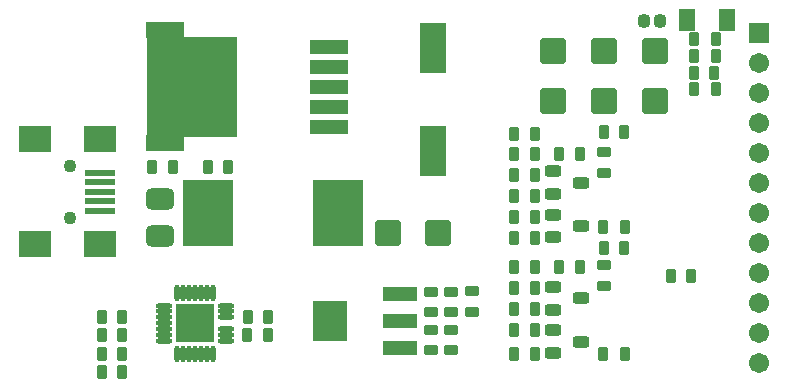
<source format=gts>
G04*
G04 #@! TF.GenerationSoftware,Altium Limited,Altium Designer,24.0.1 (36)*
G04*
G04 Layer_Color=8388736*
%FSLAX44Y44*%
%MOMM*%
G71*
G04*
G04 #@! TF.SameCoordinates,DB13EC29-46F8-4CE4-9397-EED5DBDB3573*
G04*
G04*
G04 #@! TF.FilePolarity,Negative*
G04*
G01*
G75*
G04:AMPARAMS|DCode=34|XSize=1.2032mm|YSize=0.9032mm|CornerRadius=0.2766mm|HoleSize=0mm|Usage=FLASHONLY|Rotation=270.000|XOffset=0mm|YOffset=0mm|HoleType=Round|Shape=RoundedRectangle|*
%AMROUNDEDRECTD34*
21,1,1.2032,0.3500,0,0,270.0*
21,1,0.6500,0.9032,0,0,270.0*
1,1,0.5532,-0.1750,-0.3250*
1,1,0.5532,-0.1750,0.3250*
1,1,0.5532,0.1750,0.3250*
1,1,0.5532,0.1750,-0.3250*
%
%ADD34ROUNDEDRECTD34*%
G04:AMPARAMS|DCode=35|XSize=1.8432mm|YSize=2.4332mm|CornerRadius=0.5116mm|HoleSize=0mm|Usage=FLASHONLY|Rotation=90.000|XOffset=0mm|YOffset=0mm|HoleType=Round|Shape=RoundedRectangle|*
%AMROUNDEDRECTD35*
21,1,1.8432,1.4100,0,0,90.0*
21,1,0.8200,2.4332,0,0,90.0*
1,1,1.0232,0.7050,0.4100*
1,1,1.0232,0.7050,-0.4100*
1,1,1.0232,-0.7050,-0.4100*
1,1,1.0232,-0.7050,0.4100*
%
%ADD35ROUNDEDRECTD35*%
%ADD36R,2.7032X2.2032*%
%ADD37R,2.5032X0.6032*%
%ADD38R,1.4032X1.8532*%
G04:AMPARAMS|DCode=39|XSize=1.2032mm|YSize=0.9032mm|CornerRadius=0.2766mm|HoleSize=0mm|Usage=FLASHONLY|Rotation=180.000|XOffset=0mm|YOffset=0mm|HoleType=Round|Shape=RoundedRectangle|*
%AMROUNDEDRECTD39*
21,1,1.2032,0.3500,0,0,180.0*
21,1,0.6500,0.9032,0,0,180.0*
1,1,0.5532,-0.3250,0.1750*
1,1,0.5532,0.3250,0.1750*
1,1,0.5532,0.3250,-0.1750*
1,1,0.5532,-0.3250,-0.1750*
%
%ADD39ROUNDEDRECTD39*%
G04:AMPARAMS|DCode=40|XSize=1.0032mm|YSize=1.4032mm|CornerRadius=0.2616mm|HoleSize=0mm|Usage=FLASHONLY|Rotation=90.000|XOffset=0mm|YOffset=0mm|HoleType=Round|Shape=RoundedRectangle|*
%AMROUNDEDRECTD40*
21,1,1.0032,0.8800,0,0,90.0*
21,1,0.4800,1.4032,0,0,90.0*
1,1,0.5232,0.4400,0.2400*
1,1,0.5232,0.4400,-0.2400*
1,1,0.5232,-0.4400,-0.2400*
1,1,0.5232,-0.4400,0.2400*
%
%ADD40ROUNDEDRECTD40*%
G04:AMPARAMS|DCode=41|XSize=2.2632mm|YSize=2.2232mm|CornerRadius=0.3541mm|HoleSize=0mm|Usage=FLASHONLY|Rotation=270.000|XOffset=0mm|YOffset=0mm|HoleType=Round|Shape=RoundedRectangle|*
%AMROUNDEDRECTD41*
21,1,2.2632,1.5150,0,0,270.0*
21,1,1.5550,2.2232,0,0,270.0*
1,1,0.7082,-0.7575,-0.7775*
1,1,0.7082,-0.7575,0.7775*
1,1,0.7082,0.7575,0.7775*
1,1,0.7082,0.7575,-0.7775*
%
%ADD41ROUNDEDRECTD41*%
G04:AMPARAMS|DCode=42|XSize=2.2632mm|YSize=2.2232mm|CornerRadius=0.3541mm|HoleSize=0mm|Usage=FLASHONLY|Rotation=0.000|XOffset=0mm|YOffset=0mm|HoleType=Round|Shape=RoundedRectangle|*
%AMROUNDEDRECTD42*
21,1,2.2632,1.5150,0,0,0.0*
21,1,1.5550,2.2232,0,0,0.0*
1,1,0.7082,0.7775,-0.7575*
1,1,0.7082,-0.7775,-0.7575*
1,1,0.7082,-0.7775,0.7575*
1,1,0.7082,0.7775,0.7575*
%
%ADD42ROUNDEDRECTD42*%
%ADD43R,2.9032X1.2032*%
%ADD44O,1.4032X0.5032*%
%ADD45R,2.9032X3.5032*%
%ADD46O,0.5032X1.4032*%
%ADD47R,3.3332X3.3332*%
%ADD48R,4.2032X5.7032*%
%ADD49R,2.2032X4.3032*%
%ADD50R,3.2032X1.2232*%
%ADD51R,7.7032X8.5332*%
%ADD52R,3.2032X1.4382*%
G04:AMPARAMS|DCode=53|XSize=1.0132mm|YSize=1.1032mm|CornerRadius=0.3041mm|HoleSize=0mm|Usage=FLASHONLY|Rotation=0.000|XOffset=0mm|YOffset=0mm|HoleType=Round|Shape=RoundedRectangle|*
%AMROUNDEDRECTD53*
21,1,1.0132,0.4950,0,0,0.0*
21,1,0.4050,1.1032,0,0,0.0*
1,1,0.6082,0.2025,-0.2475*
1,1,0.6082,-0.2025,-0.2475*
1,1,0.6082,-0.2025,0.2475*
1,1,0.6082,0.2025,0.2475*
%
%ADD53ROUNDEDRECTD53*%
%ADD54R,1.7032X1.7032*%
%ADD55C,1.7032*%
%ADD56C,1.1032*%
G36*
X525997Y346090D02*
X520997D01*
Y353840D01*
X525997D01*
Y346090D01*
D02*
G37*
G36*
Y356840D02*
X520997D01*
Y364590D01*
X525997D01*
Y356840D01*
D02*
G37*
G36*
X551997Y346090D02*
X546997D01*
Y353840D01*
X551997D01*
Y346090D01*
D02*
G37*
G36*
Y356840D02*
X546997D01*
Y364590D01*
X551997D01*
Y356840D01*
D02*
G37*
D34*
X523153Y138856D02*
D03*
X506153D02*
D03*
X428646Y242017D02*
D03*
X410646D02*
D03*
X466492Y180220D02*
D03*
X448492D02*
D03*
X41370Y57119D02*
D03*
X24370D02*
D03*
X24374Y72841D02*
D03*
X41374D02*
D03*
X24370Y88578D02*
D03*
X41370D02*
D03*
X390300Y259088D02*
D03*
X373300D02*
D03*
X390800Y242017D02*
D03*
X372800D02*
D03*
Y224193D02*
D03*
X390800D02*
D03*
Y206369D02*
D03*
X372800D02*
D03*
Y188544D02*
D03*
X390800D02*
D03*
Y170720D02*
D03*
X372800D02*
D03*
X466302Y162056D02*
D03*
X449302D02*
D03*
X448492Y72676D02*
D03*
X466492D02*
D03*
X372800Y72676D02*
D03*
X390800D02*
D03*
X410646Y146558D02*
D03*
X428646D02*
D03*
X390800Y146050D02*
D03*
X372800D02*
D03*
Y128422D02*
D03*
X390800D02*
D03*
X372800Y110795D02*
D03*
X390800D02*
D03*
X372800Y93167D02*
D03*
X390800D02*
D03*
X465992Y260668D02*
D03*
X448992D02*
D03*
X543622Y296588D02*
D03*
X525622Y310753D02*
D03*
X542622D02*
D03*
X525622Y324919D02*
D03*
X543622D02*
D03*
X147486Y104053D02*
D03*
X164486D02*
D03*
X525622Y296588D02*
D03*
X146486Y88646D02*
D03*
X164486D02*
D03*
X24370Y104307D02*
D03*
X41370D02*
D03*
X130702Y231156D02*
D03*
X113702D02*
D03*
X66476Y230886D02*
D03*
X84476D02*
D03*
X525622Y339084D02*
D03*
X543622D02*
D03*
D35*
X72936Y172780D02*
D03*
Y203580D02*
D03*
D36*
X22136Y254358D02*
D03*
X-32864D02*
D03*
Y165358D02*
D03*
X22136D02*
D03*
D37*
Y193858D02*
D03*
Y201858D02*
D03*
Y209858D02*
D03*
Y217858D02*
D03*
Y225858D02*
D03*
D38*
X519224Y355340D02*
D03*
X553514D02*
D03*
D39*
X448818Y243517D02*
D03*
Y225518D02*
D03*
Y148058D02*
D03*
Y130058D02*
D03*
X302298Y107948D02*
D03*
X319570Y75948D02*
D03*
Y107948D02*
D03*
X302298Y75948D02*
D03*
X337096Y125948D02*
D03*
Y107948D02*
D03*
X302298Y124948D02*
D03*
X319570Y92948D02*
D03*
Y124948D02*
D03*
X302298Y92948D02*
D03*
D40*
X405868Y92676D02*
D03*
Y73676D02*
D03*
X429868Y83176D02*
D03*
X405868Y129150D02*
D03*
Y110150D02*
D03*
X429868Y119650D02*
D03*
X405868Y190720D02*
D03*
Y171720D02*
D03*
X429868Y181220D02*
D03*
X405868Y227162D02*
D03*
Y208162D02*
D03*
X429868Y217662D02*
D03*
D41*
X405936Y286930D02*
D03*
X492030Y329430D02*
D03*
Y286930D02*
D03*
X448983Y329430D02*
D03*
Y286930D02*
D03*
X405936Y329430D02*
D03*
D42*
X308816Y174680D02*
D03*
X266316D02*
D03*
D43*
X276426Y77448D02*
D03*
Y123448D02*
D03*
Y100448D02*
D03*
D44*
X76716Y103644D02*
D03*
Y113644D02*
D03*
Y108644D02*
D03*
Y98644D02*
D03*
Y93644D02*
D03*
Y88644D02*
D03*
Y83644D02*
D03*
X128716D02*
D03*
Y88644D02*
D03*
Y93644D02*
D03*
Y103644D02*
D03*
Y108644D02*
D03*
Y113644D02*
D03*
D45*
X217426Y100448D02*
D03*
D46*
X87716Y72644D02*
D03*
X92716D02*
D03*
X97716D02*
D03*
X102716D02*
D03*
X107716D02*
D03*
X112716D02*
D03*
X117716D02*
D03*
Y124644D02*
D03*
X112716D02*
D03*
X107716D02*
D03*
X102716D02*
D03*
X97716D02*
D03*
X92716D02*
D03*
X87716D02*
D03*
D47*
X102716Y98644D02*
D03*
D48*
X113926Y192080D02*
D03*
X223926D02*
D03*
D49*
X304290Y331780D02*
D03*
Y244780D02*
D03*
D50*
X216690Y264760D02*
D03*
Y281760D02*
D03*
Y298760D02*
D03*
Y315760D02*
D03*
Y332760D02*
D03*
D51*
X99940Y298760D02*
D03*
D52*
X77540Y346585D02*
D03*
Y250935D02*
D03*
D53*
X482684Y354933D02*
D03*
X496584D02*
D03*
D54*
X580686Y344677D02*
D03*
D55*
Y319277D02*
D03*
Y293877D02*
D03*
Y268477D02*
D03*
Y243077D02*
D03*
Y217677D02*
D03*
Y192277D02*
D03*
Y166877D02*
D03*
Y141477D02*
D03*
Y116077D02*
D03*
Y90677D02*
D03*
Y65277D02*
D03*
D56*
X-2864Y231858D02*
D03*
Y187858D02*
D03*
M02*

</source>
